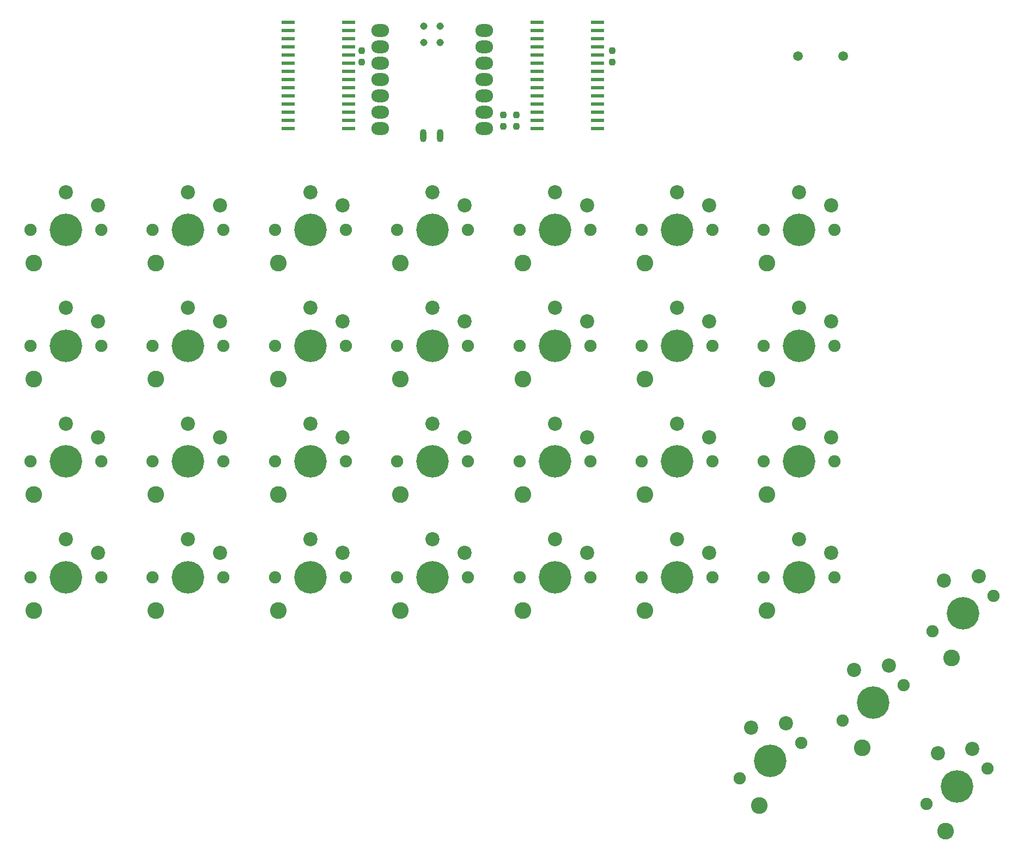
<source format=gbr>
%TF.GenerationSoftware,KiCad,Pcbnew,(6.0.9)*%
%TF.CreationDate,2022-12-02T11:33:43-08:00*%
%TF.ProjectId,keyboard_left,6b657962-6f61-4726-945f-6c6566742e6b,rev?*%
%TF.SameCoordinates,Original*%
%TF.FileFunction,Soldermask,Bot*%
%TF.FilePolarity,Negative*%
%FSLAX46Y46*%
G04 Gerber Fmt 4.6, Leading zero omitted, Abs format (unit mm)*
G04 Created by KiCad (PCBNEW (6.0.9)) date 2022-12-02 11:33:43*
%MOMM*%
%LPD*%
G01*
G04 APERTURE LIST*
G04 Aperture macros list*
%AMRoundRect*
0 Rectangle with rounded corners*
0 $1 Rounding radius*
0 $2 $3 $4 $5 $6 $7 $8 $9 X,Y pos of 4 corners*
0 Add a 4 corners polygon primitive as box body*
4,1,4,$2,$3,$4,$5,$6,$7,$8,$9,$2,$3,0*
0 Add four circle primitives for the rounded corners*
1,1,$1+$1,$2,$3*
1,1,$1+$1,$4,$5*
1,1,$1+$1,$6,$7*
1,1,$1+$1,$8,$9*
0 Add four rect primitives between the rounded corners*
20,1,$1+$1,$2,$3,$4,$5,0*
20,1,$1+$1,$4,$5,$6,$7,0*
20,1,$1+$1,$6,$7,$8,$9,0*
20,1,$1+$1,$8,$9,$2,$3,0*%
G04 Aperture macros list end*
%ADD10C,1.900000*%
%ADD11C,5.050000*%
%ADD12C,2.600000*%
%ADD13C,2.200000*%
%ADD14C,1.500000*%
%ADD15RoundRect,0.237500X-0.237500X0.250000X-0.237500X-0.250000X0.237500X-0.250000X0.237500X0.250000X0*%
%ADD16R,2.000000X0.600000*%
%ADD17O,2.748280X1.998980*%
%ADD18O,1.016000X2.032000*%
%ADD19C,1.143000*%
G04 APERTURE END LIST*
D10*
%TO.C,SW27*%
X64000000Y-91500000D03*
X75000000Y-91500000D03*
D11*
X69500000Y-91500000D03*
D12*
X64500000Y-96650000D03*
D13*
X69500000Y-85600000D03*
X74500000Y-87700000D03*
%TD*%
D11*
%TO.C,SW9*%
X145500000Y-55500000D03*
D10*
X151000000Y-55500000D03*
D12*
X140500000Y-60650000D03*
D10*
X140000000Y-55500000D03*
D13*
X145500000Y-49600000D03*
X150500000Y-51700000D03*
%TD*%
D11*
%TO.C,SW11*%
X145500000Y-91500000D03*
D10*
X140000000Y-91500000D03*
X151000000Y-91500000D03*
D12*
X140500000Y-96650000D03*
D13*
X145500000Y-85600000D03*
X150500000Y-87700000D03*
%TD*%
D11*
%TO.C,SW15*%
X157000000Y-129000000D03*
D10*
X152236860Y-131750000D03*
X161763140Y-126250000D03*
D12*
X155244873Y-135960031D03*
D13*
X154050000Y-123890450D03*
X159430127Y-123209103D03*
%TD*%
D10*
%TO.C,SW5*%
X121000000Y-109500000D03*
D12*
X121500000Y-114650000D03*
D11*
X126500000Y-109500000D03*
D10*
X132000000Y-109500000D03*
D13*
X126500000Y-103600000D03*
X131500000Y-105700000D03*
%TD*%
D11*
%TO.C,SW14*%
X170000000Y-142000000D03*
D10*
X174763140Y-139250000D03*
X165236860Y-144750000D03*
D12*
X168244873Y-148960031D03*
D13*
X167050000Y-136890450D03*
X172430127Y-136209103D03*
%TD*%
D10*
%TO.C,SW21*%
X37000000Y-109500000D03*
X26000000Y-109500000D03*
D11*
X31500000Y-109500000D03*
D12*
X26500000Y-114650000D03*
D13*
X31500000Y-103600000D03*
X36500000Y-105700000D03*
%TD*%
D10*
%TO.C,SW3*%
X113000000Y-91500000D03*
X102000000Y-91500000D03*
D11*
X107500000Y-91500000D03*
D12*
X102500000Y-96650000D03*
D13*
X107500000Y-85600000D03*
X112500000Y-87700000D03*
%TD*%
D10*
%TO.C,SW10*%
X140000000Y-73500000D03*
X151000000Y-73500000D03*
D11*
X145500000Y-73500000D03*
D12*
X140500000Y-78650000D03*
D13*
X145500000Y-67600000D03*
X150500000Y-69700000D03*
%TD*%
D14*
%TO.C,J1*%
X145287500Y-28437500D03*
X152287500Y-28437500D03*
%TD*%
D11*
%TO.C,SW24*%
X31500000Y-55500000D03*
D10*
X37000000Y-55500000D03*
D12*
X26500000Y-60650000D03*
D10*
X26000000Y-55500000D03*
D13*
X31500000Y-49600000D03*
X36500000Y-51700000D03*
%TD*%
D10*
%TO.C,SW26*%
X75000000Y-73500000D03*
D12*
X64500000Y-78650000D03*
D11*
X69500000Y-73500000D03*
D10*
X64000000Y-73500000D03*
D13*
X69500000Y-67600000D03*
X74500000Y-69700000D03*
%TD*%
D10*
%TO.C,SW16*%
X145763140Y-135250000D03*
X136236860Y-140750000D03*
D12*
X139244873Y-144960031D03*
D11*
X141000000Y-138000000D03*
D13*
X138050000Y-132890450D03*
X143430127Y-132209103D03*
%TD*%
D11*
%TO.C,SW2*%
X107500000Y-73500000D03*
D10*
X102000000Y-73500000D03*
X113000000Y-73500000D03*
D12*
X102500000Y-78650000D03*
D13*
X107500000Y-67600000D03*
X112500000Y-69700000D03*
%TD*%
D10*
%TO.C,SW25*%
X75000000Y-55500000D03*
D11*
X69500000Y-55500000D03*
D12*
X64500000Y-60650000D03*
D10*
X64000000Y-55500000D03*
D13*
X69500000Y-49600000D03*
X74500000Y-51700000D03*
%TD*%
D10*
%TO.C,SW13*%
X166186860Y-117859550D03*
D11*
X170950000Y-115109550D03*
D10*
X175713140Y-112359550D03*
D12*
X169194873Y-122069581D03*
D13*
X168000000Y-110000000D03*
X173380127Y-109318653D03*
%TD*%
D11*
%TO.C,SW32*%
X88500000Y-109500000D03*
D12*
X83500000Y-114650000D03*
D10*
X83000000Y-109500000D03*
X94000000Y-109500000D03*
D13*
X88500000Y-103600000D03*
X93500000Y-105700000D03*
%TD*%
D11*
%TO.C,SW12*%
X145500000Y-109500000D03*
D10*
X140000000Y-109500000D03*
X151000000Y-109500000D03*
D12*
X140500000Y-114650000D03*
D13*
X145500000Y-103600000D03*
X150500000Y-105700000D03*
%TD*%
D10*
%TO.C,SW18*%
X56000000Y-91500000D03*
X45000000Y-91500000D03*
D11*
X50500000Y-91500000D03*
D12*
X45500000Y-96650000D03*
D13*
X50500000Y-85600000D03*
X55500000Y-87700000D03*
%TD*%
D12*
%TO.C,SW29*%
X83500000Y-60650000D03*
D10*
X94000000Y-55500000D03*
X83000000Y-55500000D03*
D11*
X88500000Y-55500000D03*
D13*
X88500000Y-49600000D03*
X93500000Y-51700000D03*
%TD*%
D10*
%TO.C,SW28*%
X64000000Y-109500000D03*
X75000000Y-109500000D03*
D11*
X69500000Y-109500000D03*
D12*
X64500000Y-114650000D03*
D13*
X69500000Y-103600000D03*
X74500000Y-105700000D03*
%TD*%
D10*
%TO.C,SW30*%
X83000000Y-73500000D03*
D12*
X83500000Y-78650000D03*
D10*
X94000000Y-73500000D03*
D11*
X88500000Y-73500000D03*
D13*
X88500000Y-67600000D03*
X93500000Y-69700000D03*
%TD*%
D10*
%TO.C,SW8*%
X132000000Y-55500000D03*
X121000000Y-55500000D03*
D12*
X121500000Y-60650000D03*
D11*
X126500000Y-55500000D03*
D13*
X126500000Y-49600000D03*
X131500000Y-51700000D03*
%TD*%
D12*
%TO.C,SW1*%
X102500000Y-60650000D03*
D10*
X113000000Y-55500000D03*
D11*
X107500000Y-55500000D03*
D10*
X102000000Y-55500000D03*
D13*
X107500000Y-49600000D03*
X112500000Y-51700000D03*
%TD*%
D10*
%TO.C,SW7*%
X121000000Y-73500000D03*
D11*
X126500000Y-73500000D03*
D10*
X132000000Y-73500000D03*
D12*
X121500000Y-78650000D03*
D13*
X126500000Y-67600000D03*
X131500000Y-69700000D03*
%TD*%
D11*
%TO.C,SW31*%
X88500000Y-91500000D03*
D10*
X83000000Y-91500000D03*
D12*
X83500000Y-96650000D03*
D10*
X94000000Y-91500000D03*
D13*
X88500000Y-85600000D03*
X93500000Y-87700000D03*
%TD*%
D11*
%TO.C,SW23*%
X31500000Y-73500000D03*
D10*
X37000000Y-73500000D03*
X26000000Y-73500000D03*
D12*
X26500000Y-78650000D03*
D13*
X31500000Y-67600000D03*
X36500000Y-69700000D03*
%TD*%
D10*
%TO.C,SW6*%
X121000000Y-91500000D03*
X132000000Y-91500000D03*
D11*
X126500000Y-91500000D03*
D12*
X121500000Y-96650000D03*
D13*
X126500000Y-85600000D03*
X131500000Y-87700000D03*
%TD*%
D12*
%TO.C,SW22*%
X26500000Y-96650000D03*
D10*
X26000000Y-91500000D03*
D11*
X31500000Y-91500000D03*
D10*
X37000000Y-91500000D03*
D13*
X31500000Y-85600000D03*
X36500000Y-87700000D03*
%TD*%
D10*
%TO.C,SW17*%
X56000000Y-109500000D03*
D12*
X45500000Y-114650000D03*
D11*
X50500000Y-109500000D03*
D10*
X45000000Y-109500000D03*
D13*
X50500000Y-103600000D03*
X55500000Y-105700000D03*
%TD*%
D11*
%TO.C,SW4*%
X107500000Y-109500000D03*
D12*
X102500000Y-114650000D03*
D10*
X102000000Y-109500000D03*
X113000000Y-109500000D03*
D13*
X107500000Y-103600000D03*
X112500000Y-105700000D03*
%TD*%
D10*
%TO.C,SW20*%
X45000000Y-55500000D03*
D12*
X45500000Y-60650000D03*
D11*
X50500000Y-55500000D03*
D10*
X56000000Y-55500000D03*
D13*
X50500000Y-49600000D03*
X55500000Y-51700000D03*
%TD*%
D10*
%TO.C,SW19*%
X45000000Y-73500000D03*
D12*
X45500000Y-78650000D03*
D11*
X50500000Y-73500000D03*
D10*
X56000000Y-73500000D03*
D13*
X50500000Y-67600000D03*
X55500000Y-69700000D03*
%TD*%
D15*
%TO.C,R1*%
X101500000Y-37587500D03*
X101500000Y-39412500D03*
%TD*%
D16*
%TO.C,U3*%
X66040000Y-39755000D03*
X66040000Y-38485000D03*
X66040000Y-37215000D03*
X66040000Y-35945000D03*
X66040000Y-34675000D03*
X66040000Y-33405000D03*
X66040000Y-32135000D03*
X66040000Y-30865000D03*
X66040000Y-29595000D03*
X66040000Y-28325000D03*
X66040000Y-27055000D03*
X66040000Y-25785000D03*
X66040000Y-24515000D03*
X66040000Y-23245000D03*
X75440000Y-23245000D03*
X75440000Y-24515000D03*
X75440000Y-25785000D03*
X75440000Y-27055000D03*
X75440000Y-28325000D03*
X75440000Y-29595000D03*
X75440000Y-30865000D03*
X75440000Y-32135000D03*
X75440000Y-33405000D03*
X75440000Y-34675000D03*
X75440000Y-35945000D03*
X75440000Y-37215000D03*
X75440000Y-38485000D03*
X75440000Y-39755000D03*
%TD*%
D15*
%TO.C,R2*%
X99500000Y-37587500D03*
X99500000Y-39412500D03*
%TD*%
%TO.C,R3*%
X116450000Y-27587500D03*
X116450000Y-29412500D03*
%TD*%
%TO.C,R4*%
X77500000Y-27587500D03*
X77500000Y-29412500D03*
%TD*%
D17*
%TO.C,U1*%
X96501290Y-24500490D03*
X96501290Y-27040490D03*
X96501290Y-29580490D03*
X96501290Y-32120490D03*
X96501290Y-34660490D03*
X96501290Y-37200490D03*
X96501290Y-39740490D03*
X80336730Y-39740490D03*
X80336730Y-37200490D03*
X80336730Y-34660490D03*
X80336730Y-32120490D03*
X80336730Y-29580490D03*
X80336730Y-27040490D03*
X80336730Y-24500490D03*
D18*
X89634410Y-40818310D03*
X87084410Y-40818310D03*
D19*
X89635607Y-23814123D03*
X87095607Y-23814123D03*
X89635607Y-26354123D03*
X87095607Y-26354123D03*
%TD*%
D16*
%TO.C,U2*%
X104750000Y-39755000D03*
X104750000Y-38485000D03*
X104750000Y-37215000D03*
X104750000Y-35945000D03*
X104750000Y-34675000D03*
X104750000Y-33405000D03*
X104750000Y-32135000D03*
X104750000Y-30865000D03*
X104750000Y-29595000D03*
X104750000Y-28325000D03*
X104750000Y-27055000D03*
X104750000Y-25785000D03*
X104750000Y-24515000D03*
X104750000Y-23245000D03*
X114150000Y-23245000D03*
X114150000Y-24515000D03*
X114150000Y-25785000D03*
X114150000Y-27055000D03*
X114150000Y-28325000D03*
X114150000Y-29595000D03*
X114150000Y-30865000D03*
X114150000Y-32135000D03*
X114150000Y-33405000D03*
X114150000Y-34675000D03*
X114150000Y-35945000D03*
X114150000Y-37215000D03*
X114150000Y-38485000D03*
X114150000Y-39755000D03*
%TD*%
M02*

</source>
